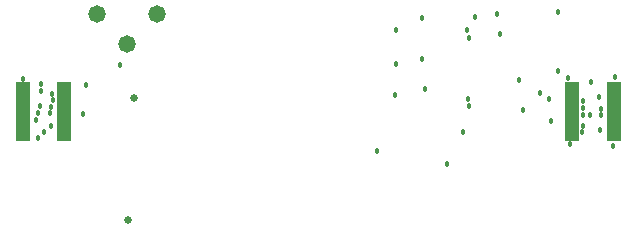
<source format=gbr>
G04*
G04 #@! TF.GenerationSoftware,Altium Limited,Altium Designer,22.4.2 (48)*
G04*
G04 Layer_Color=16711935*
%FSLAX25Y25*%
%MOIN*%
G70*
G04*
G04 #@! TF.SameCoordinates,E734F9EE-B4DD-4720-9605-9BBB33E3B1F9*
G04*
G04*
G04 #@! TF.FilePolarity,Negative*
G04*
G01*
G75*
%ADD28C,0.05800*%
%ADD29C,0.01800*%
%ADD30C,0.02500*%
%ADD35R,0.05131X0.01981*%
D28*
X143465Y111024D02*
D03*
X133465Y101024D02*
D03*
X123465Y111024D02*
D03*
D29*
X247661Y103265D02*
D03*
X277165Y111811D02*
D03*
X257874Y104331D02*
D03*
X256711Y111202D02*
D03*
X247198Y82801D02*
D03*
X240158Y61024D02*
D03*
X245669Y71653D02*
D03*
X246850Y105905D02*
D03*
X249606Y110236D02*
D03*
X288189Y88583D02*
D03*
X271260Y84646D02*
D03*
X247610Y80596D02*
D03*
X264173Y88976D02*
D03*
X274016Y82677D02*
D03*
X287795Y77559D02*
D03*
X277165Y92126D02*
D03*
X231890Y96063D02*
D03*
X232677Y86221D02*
D03*
X223228Y105905D02*
D03*
Y94488D02*
D03*
X216817Y65409D02*
D03*
X231724Y109656D02*
D03*
X222835Y84252D02*
D03*
X108648Y84578D02*
D03*
X119685Y87402D02*
D03*
X131102Y94095D02*
D03*
X104724Y87795D02*
D03*
Y85433D02*
D03*
X118744Y77646D02*
D03*
X290945Y83465D02*
D03*
X296260Y90190D02*
D03*
X280430Y89901D02*
D03*
X285590Y81956D02*
D03*
X285494Y79758D02*
D03*
X285433Y77559D02*
D03*
X285460Y73813D02*
D03*
X285039Y71653D02*
D03*
X281327Y67648D02*
D03*
X295607Y67078D02*
D03*
X291339Y72441D02*
D03*
X291366Y77289D02*
D03*
X291519Y79484D02*
D03*
X274800Y75547D02*
D03*
X265523Y79008D02*
D03*
X107874Y77953D02*
D03*
X108262Y80210D02*
D03*
X108698Y82367D02*
D03*
X98868Y89473D02*
D03*
X104507Y80540D02*
D03*
X103937Y77953D02*
D03*
X103038Y75645D02*
D03*
X108268Y73622D02*
D03*
X105804Y71758D02*
D03*
X103937Y69642D02*
D03*
D30*
X135772Y83071D02*
D03*
X133858Y42520D02*
D03*
D35*
X295706Y69642D02*
D03*
Y71610D02*
D03*
Y73579D02*
D03*
Y75547D02*
D03*
Y77516D02*
D03*
Y79484D02*
D03*
Y81453D02*
D03*
Y83421D02*
D03*
Y85390D02*
D03*
Y87358D02*
D03*
X281926Y75547D02*
D03*
Y73579D02*
D03*
Y71610D02*
D03*
Y77516D02*
D03*
Y69642D02*
D03*
Y79484D02*
D03*
Y85390D02*
D03*
Y83421D02*
D03*
Y81453D02*
D03*
Y87358D02*
D03*
X98795D02*
D03*
Y85390D02*
D03*
Y83421D02*
D03*
Y81453D02*
D03*
Y79484D02*
D03*
Y77516D02*
D03*
Y75547D02*
D03*
Y73579D02*
D03*
Y71610D02*
D03*
Y69642D02*
D03*
X112574Y81453D02*
D03*
Y83421D02*
D03*
Y85390D02*
D03*
Y79484D02*
D03*
Y87358D02*
D03*
Y77516D02*
D03*
Y71610D02*
D03*
Y73579D02*
D03*
Y75547D02*
D03*
Y69642D02*
D03*
M02*

</source>
